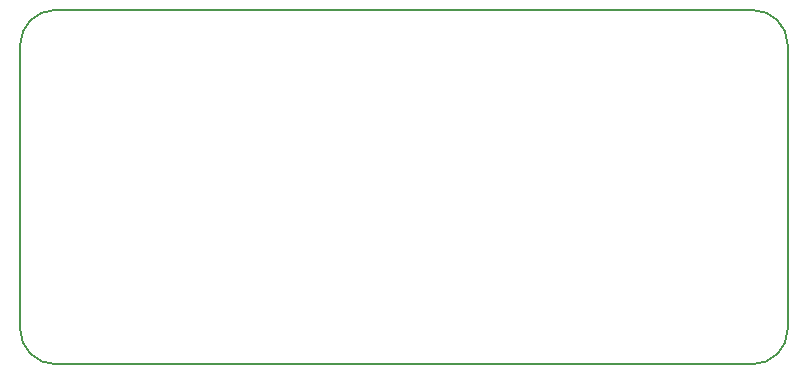
<source format=gm1>
G04 #@! TF.GenerationSoftware,KiCad,Pcbnew,(5.1.2-1)-1*
G04 #@! TF.CreationDate,2019-10-23T09:51:25+02:00*
G04 #@! TF.ProjectId,rpiz_pi_platter,7270697a-5f70-4695-9f70-6c6174746572,1.0*
G04 #@! TF.SameCoordinates,Original*
G04 #@! TF.FileFunction,Profile,NP*
%FSLAX46Y46*%
G04 Gerber Fmt 4.6, Leading zero omitted, Abs format (unit mm)*
G04 Created by KiCad (PCBNEW (5.1.2-1)-1) date 2019-10-23 09:51:25*
%MOMM*%
%LPD*%
G04 APERTURE LIST*
%ADD10C,0.150000*%
G04 APERTURE END LIST*
D10*
X121032000Y-121068000D02*
X120532000Y-121068000D01*
X179032000Y-121068000D02*
X179532000Y-121068000D01*
X182532000Y-94068000D02*
X182532000Y-118068000D01*
X120532000Y-91068000D02*
X179532000Y-91068000D01*
X117532000Y-118068000D02*
X117532000Y-94068000D01*
X117532000Y-94068000D02*
G75*
G02X120532000Y-91068000I3000000J0D01*
G01*
X120532000Y-121068000D02*
G75*
G02X117532000Y-118068000I0J3000000D01*
G01*
X182532000Y-118068000D02*
G75*
G02X179532000Y-121068000I-3000000J0D01*
G01*
X179532000Y-91068000D02*
G75*
G02X182532000Y-94068000I0J-3000000D01*
G01*
X121032000Y-121068000D02*
X179032000Y-121068000D01*
M02*

</source>
